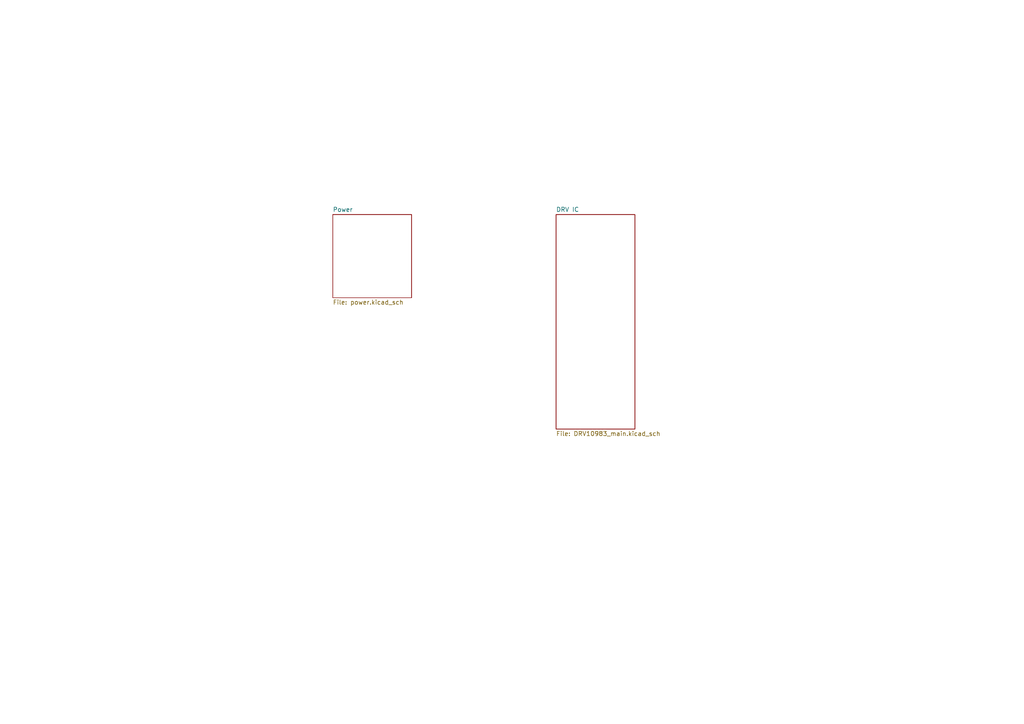
<source format=kicad_sch>
(kicad_sch
	(version 20231120)
	(generator "eeschema")
	(generator_version "8.0")
	(uuid "c916f0ca-c741-4d6e-941d-c3e4758627a8")
	(paper "A4")
	(title_block
		(title "Main schematic")
	)
	(lib_symbols)
	(sheet
		(at 161.29 62.23)
		(size 22.86 62.23)
		(fields_autoplaced yes)
		(stroke
			(width 0.1524)
			(type solid)
		)
		(fill
			(color 0 0 0 0.0000)
		)
		(uuid "74000bb0-a5f0-4299-a3ad-88b22733008c")
		(property "Sheetname" "DRV IC"
			(at 161.29 61.5184 0)
			(effects
				(font
					(size 1.27 1.27)
				)
				(justify left bottom)
			)
		)
		(property "Sheetfile" "DRV10983_main.kicad_sch"
			(at 161.29 125.0446 0)
			(effects
				(font
					(size 1.27 1.27)
				)
				(justify left top)
			)
		)
		(instances
			(project "BLDC_driver"
				(path "/c916f0ca-c741-4d6e-941d-c3e4758627a8"
					(page "2")
				)
			)
		)
	)
	(sheet
		(at 96.52 62.23)
		(size 22.86 24.13)
		(fields_autoplaced yes)
		(stroke
			(width 0.1524)
			(type solid)
		)
		(fill
			(color 0 0 0 0.0000)
		)
		(uuid "c59e13ea-fcdb-4c55-ac18-1b38a70fe565")
		(property "Sheetname" "Power"
			(at 96.52 61.5184 0)
			(effects
				(font
					(size 1.27 1.27)
				)
				(justify left bottom)
			)
		)
		(property "Sheetfile" "power.kicad_sch"
			(at 96.52 86.9446 0)
			(effects
				(font
					(size 1.27 1.27)
				)
				(justify left top)
			)
		)
		(instances
			(project "BLDC_driver"
				(path "/c916f0ca-c741-4d6e-941d-c3e4758627a8"
					(page "3")
				)
			)
		)
	)
	(sheet_instances
		(path "/"
			(page "1")
		)
	)
)

</source>
